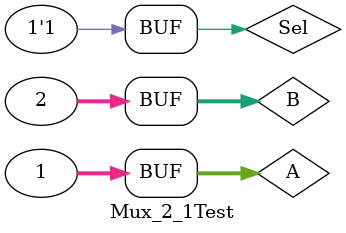
<source format=v>
`timescale 1ns / 1ps


module Mux_2_1Test;

	// Inputs
	reg [31:0] A;
	reg [31:0] B;
	reg Sel;

	// Outputs
	wire [31:0] Out;

	// Instantiate the Unit Under Test (UUT)
	Mux_2_1 uut (
		.A(A), 
		.B(B), 
		.Sel(Sel), 
		.Out(Out)
	);

	initial begin
		// Initialize Inputs
		A = 0;
		B = 0;
		Sel = 0;

		// Wait 100 ns for global reset to finish
		#100;
	end
	
	initial
		begin
			A = 32'b01; B = 32'b10; Sel = 1'b0;
			#10; A = 32'b01; B = 32'b10; Sel = 1'b1;
      end
		
endmodule


</source>
